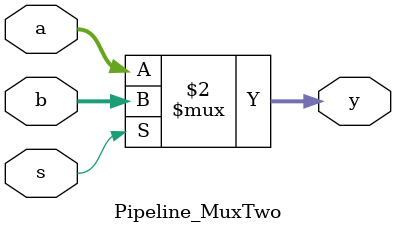
<source format=v>
module Pipeline_MuxTwo(a,b,s,y);
  input[31:0] a,b;
  input s;
  output[31:0] y;
  assign y=(s==1'b0)? a:b;
endmodule
</source>
